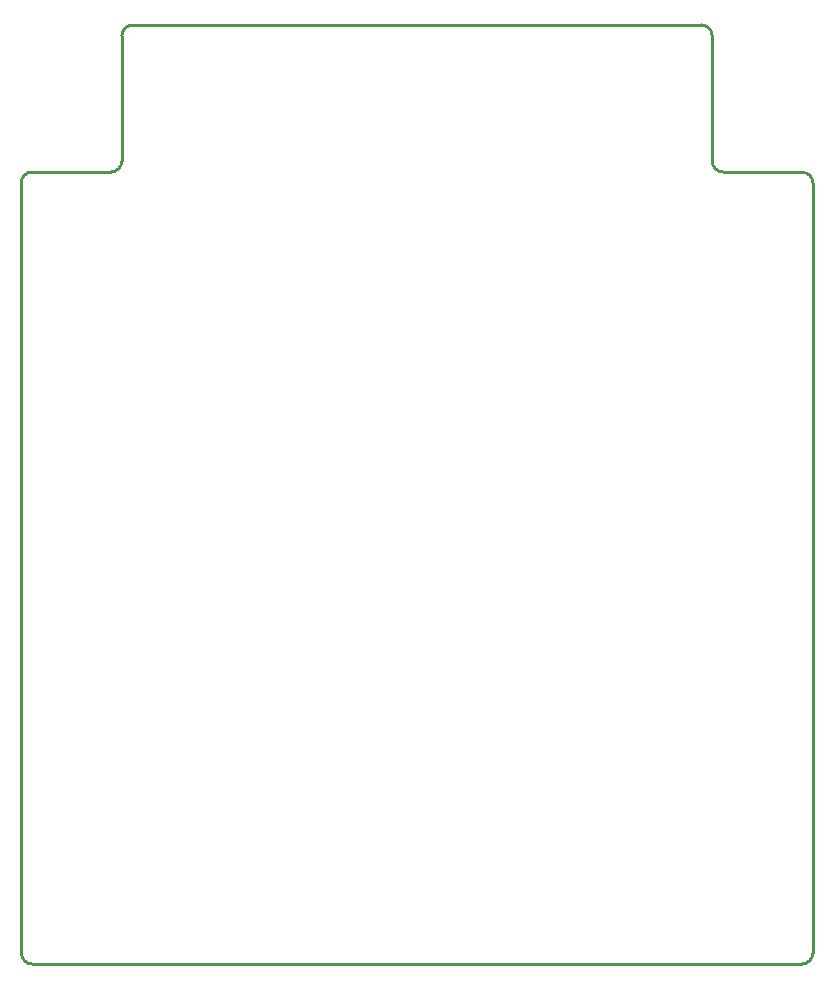
<source format=gbr>
G04 (created by PCBNEW (2013-07-07 BZR 4022)-stable) date Sun 29 Sep 2013 11:58:18 AM NZDT*
%MOIN*%
G04 Gerber Fmt 3.4, Leading zero omitted, Abs format*
%FSLAX34Y34*%
G01*
G70*
G90*
G04 APERTURE LIST*
%ADD10C,0.00590551*%
%ADD11C,0.00984252*%
G04 APERTURE END LIST*
G54D10*
G54D11*
X20000Y-50940D02*
G75*
G03X20360Y-51300I360J0D01*
G74*
G01*
X46020Y-51300D02*
G75*
G03X46380Y-50940I0J360D01*
G74*
G01*
X46380Y-25260D02*
G75*
G03X46020Y-24900I-360J0D01*
G74*
G01*
X43030Y-24540D02*
G75*
G03X43390Y-24900I360J0D01*
G74*
G01*
X43030Y-20360D02*
G75*
G03X42670Y-20000I-360J0D01*
G74*
G01*
X23710Y-20000D02*
G75*
G03X23350Y-20360I0J-360D01*
G74*
G01*
X23350Y-24540D02*
G75*
G02X22990Y-24900I-360J0D01*
G74*
G01*
X20360Y-24900D02*
G75*
G03X20000Y-25260I0J-360D01*
G74*
G01*
X43030Y-24540D02*
X43030Y-20360D01*
X46020Y-24900D02*
X43390Y-24900D01*
X23350Y-24540D02*
X23350Y-20360D01*
X20360Y-24900D02*
X22990Y-24900D01*
X46380Y-50940D02*
X46380Y-25260D01*
X20360Y-51300D02*
X46020Y-51300D01*
X20000Y-25250D02*
X20000Y-50940D01*
X23710Y-20000D02*
X42670Y-20000D01*
M02*

</source>
